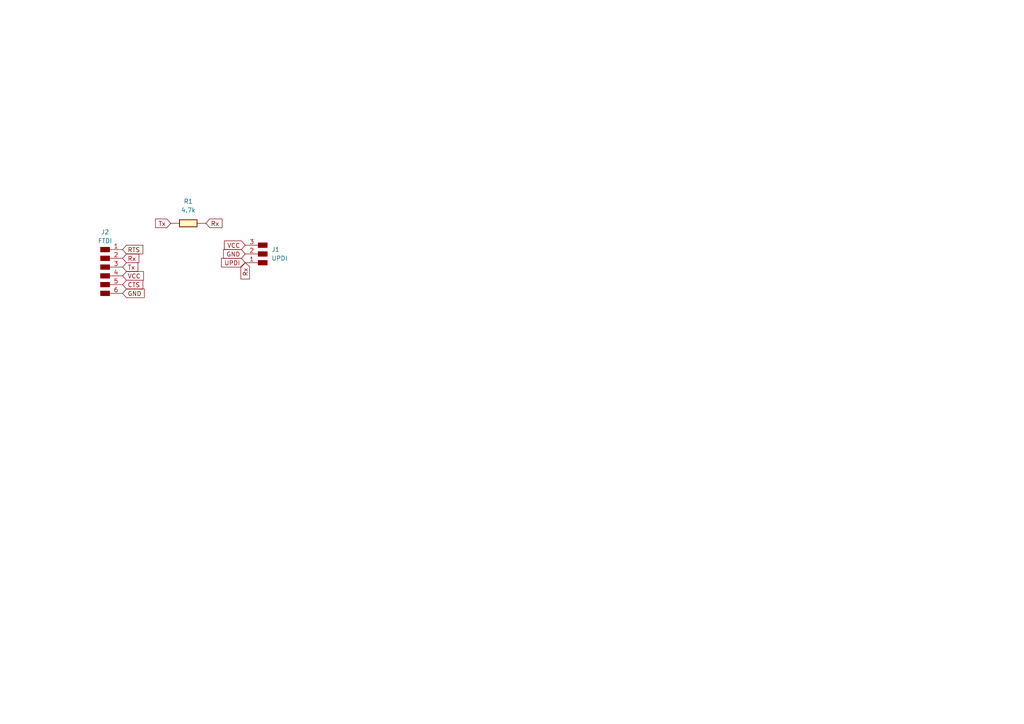
<source format=kicad_sch>
(kicad_sch (version 20231120) (generator "eeschema") (generator_version "8.0")
  (paper "A4")
  (lib_symbols
    (symbol "Fabac:Conn_PinHeader_1x03_P2.54mm_Horizontal_SMD" (pin_names hide)
      (property "Reference" "J" (at 0 5.08 0))
      (property "Value" "Conn_PinHeader_1x03_P2.54mm_Horizontal_SMD" (at 0 -5.08 0))
      (symbol "Conn_PinHeader_1x03_P2.54mm_Horizontal_SMD_1_1"
        (rectangle (start -1.27 -1.905) (end 1.27 -3.175) (stroke (width 0.254)) (fill (type outline)))
        (rectangle (start -1.27 0.635) (end 1.27 -0.635) (stroke (width 0.254)) (fill (type outline)))
        (rectangle (start -1.27 3.175) (end 1.27 1.905) (stroke (width 0.254)) (fill (type outline)))
        (pin passive line (at 5.08 2.54 180) (length 3.81) (name "Pin_1") (number "1"))
        (pin passive line (at 5.08 0 180) (length 3.81) (name "Pin_2") (number "2"))
        (pin passive line (at 5.08 -2.54 180) (length 3.81) (name "Pin_3") (number "3"))
      )
    )
    (symbol "Fabac:Conn_PinHeader_1x06_P2.54mm_Horizontal_SMD" (pin_names hide)
      (property "Reference" "J" (at 0 7.62 0))
      (property "Value" "Conn_PinHeader_1x06_P2.54mm_Horizontal_SMD" (at 0 -10.16 0))
      (symbol "Conn_PinHeader_1x06_P2.54mm_Horizontal_SMD_1_1"
        (rectangle (start -1.27 -6.985) (end 1.27 -8.255) (stroke (width 0.254)) (fill (type outline)))
        (rectangle (start -1.27 -4.445) (end 1.27 -5.715) (stroke (width 0.254)) (fill (type outline)))
        (rectangle (start -1.27 -1.905) (end 1.27 -3.175) (stroke (width 0.254)) (fill (type outline)))
        (rectangle (start -1.27 0.635) (end 1.27 -0.635) (stroke (width 0.254)) (fill (type outline)))
        (rectangle (start -1.27 3.175) (end 1.27 1.905) (stroke (width 0.254)) (fill (type outline)))
        (rectangle (start -1.27 5.715) (end 1.27 4.445) (stroke (width 0.254)) (fill (type outline)))
        (pin passive line (at 5.08 5.08 180) (length 3.81) (name "Pin_1") (number "1"))
        (pin passive line (at 5.08 2.54 180) (length 3.81) (name "Pin_2") (number "2"))
        (pin passive line (at 5.08 0 180) (length 3.81) (name "Pin_3") (number "3"))
        (pin passive line (at 5.08 -2.54 180) (length 3.81) (name "Pin_4") (number "4"))
        (pin passive line (at 5.08 -5.08 180) (length 3.81) (name "Pin_5") (number "5"))
        (pin passive line (at 5.08 -7.62 180) (length 3.81) (name "Pin_6") (number "6"))
      )
    )
    (symbol "Fabac:R_1206" (pin_numbers hide) (pin_names (offset 0))
      (property "Reference" "R" (at 2.54 0 90))
      (property "Value" "R_1206" (at -2.54 0 90))
      (symbol "R_1206_0_1"
        (rectangle (start -1.016 -2.54) (end 1.016 2.54) (stroke (width 0.254)) (fill (type background)))
      )
      (symbol "R_1206_1_1"
        (pin passive line (at 0 5.08 270) (length 2.54) (name "~") (number "1"))
        (pin passive line (at 0 -5.08 90) (length 2.54) (name "~") (number "2"))
      )
    )
  )
  (global_label "VCC" (shape input) (at 35.56 80.01 0) (property "Intersheetrefs" "${INTERSHEET_REFS}" (effects (hide yes))))
  (global_label "UPDI" (shape input) (at 71.12 76.2 180) (property "Intersheetrefs" "${INTERSHEET_REFS}" (effects (hide yes))))
  (global_label "GND" (shape input) (at 71.12 73.66 180) (property "Intersheetrefs" "${INTERSHEET_REFS}" (effects (hide yes))))
  (global_label "Rx" (shape input) (at 59.69 64.77 0) (property "Intersheetrefs" "${INTERSHEET_REFS}" (effects (hide yes))))
  (global_label "Tx" (shape input) (at 49.53 64.77 180) (property "Intersheetrefs" "${INTERSHEET_REFS}" (effects (hide yes))))
  (global_label "Tx" (shape input) (at 35.56 77.47 0) (property "Intersheetrefs" "${INTERSHEET_REFS}" (effects (hide yes))))
  (global_label "Rx" (shape input) (at 71.12 76.2 270) (property "Intersheetrefs" "${INTERSHEET_REFS}" (effects (hide yes))))
  (global_label "VCC" (shape input) (at 71.12 71.12 180) (property "Intersheetrefs" "${INTERSHEET_REFS}" (effects (hide yes))))
  (global_label "CTS" (shape input) (at 35.56 82.55 0) (property "Intersheetrefs" "${INTERSHEET_REFS}" (effects (hide yes))))
  (global_label "Rx" (shape input) (at 35.56 74.93 0) (property "Intersheetrefs" "${INTERSHEET_REFS}" (effects (hide yes))))
  (global_label "GND" (shape input) (at 35.56 85.09 0) (property "Intersheetrefs" "${INTERSHEET_REFS}" (effects (hide yes))))
  (global_label "RTS" (shape input) (at 35.56 72.39 0) (property "Intersheetrefs" "${INTERSHEET_REFS}" (effects (hide yes))))
  (symbol (lib_id "Fabac:R_1206") (at 54.61 64.77 90) (unit 1)
    (property "Reference" "R1" (at 54.61 58.42 90))
    (property "Value" "4.7k" (at 54.61 60.96 90))
    (property "Footprint" "Fabac:R_1206" (effects (hide yes)))
    (property "Description" "Resistor" (effects (hide yes)))
  )
  (symbol (lib_id "Fabac:Conn_PinHeader_1x06_P2.54mm_Horizontal_SMD") (at 30.48 77.47 0) (unit 1)
    (property "Reference" "J2" (at 30.48 67.31 0))
    (property "Value" "FTDI" (at 30.48 69.85 0))
    (property "Footprint" "Fabac:PinHeader_1x06_P2.54mm_Horizontal_SMD" (effects (hide yes)))
    (property "Datasheet" "https://gct.co/files/specs/2.54mm-socket-spec.pdf" (effects (hide yes)))
    (property "Description" "Male connector, single row" (effects (hide yes)))
  )
  (symbol (lib_id "Fabac:Conn_PinHeader_1x03_P2.54mm_Horizontal_SMD") (at 76.2 73.66 180) (unit 1)
    (property "Reference" "J1" (at 78.74 72.3899 0) (effects (justify right)))
    (property "Value" "UPDI" (at 78.74 74.9299 0) (effects (justify right)))
    (property "Footprint" "Fabac:PinHeader_1x03_P2.54mm_Horizontal_SMD" (effects (hide yes)))
    (property "Description" "Male connector, single row" (effects (hide yes)))
  )
)
</source>
